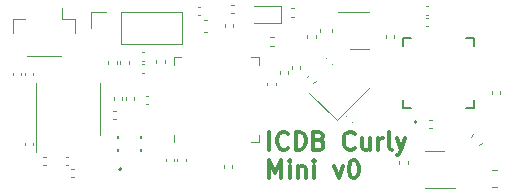
<source format=gbr>
%TF.GenerationSoftware,KiCad,Pcbnew,7.0.7*%
%TF.CreationDate,2024-01-01T23:26:11-08:00*%
%TF.ProjectId,Curly_Mini_v0,4375726c-795f-44d6-996e-695f76302e6b,rev?*%
%TF.SameCoordinates,Original*%
%TF.FileFunction,Legend,Top*%
%TF.FilePolarity,Positive*%
%FSLAX46Y46*%
G04 Gerber Fmt 4.6, Leading zero omitted, Abs format (unit mm)*
G04 Created by KiCad (PCBNEW 7.0.7) date 2024-01-01 23:26:11*
%MOMM*%
%LPD*%
G01*
G04 APERTURE LIST*
%ADD10C,0.300000*%
%ADD11C,0.120000*%
%ADD12C,0.127000*%
%ADD13C,0.200000*%
G04 APERTURE END LIST*
D10*
X92554510Y-63635828D02*
X92554510Y-62135828D01*
X94125939Y-63492971D02*
X94054511Y-63564400D01*
X94054511Y-63564400D02*
X93840225Y-63635828D01*
X93840225Y-63635828D02*
X93697368Y-63635828D01*
X93697368Y-63635828D02*
X93483082Y-63564400D01*
X93483082Y-63564400D02*
X93340225Y-63421542D01*
X93340225Y-63421542D02*
X93268796Y-63278685D01*
X93268796Y-63278685D02*
X93197368Y-62992971D01*
X93197368Y-62992971D02*
X93197368Y-62778685D01*
X93197368Y-62778685D02*
X93268796Y-62492971D01*
X93268796Y-62492971D02*
X93340225Y-62350114D01*
X93340225Y-62350114D02*
X93483082Y-62207257D01*
X93483082Y-62207257D02*
X93697368Y-62135828D01*
X93697368Y-62135828D02*
X93840225Y-62135828D01*
X93840225Y-62135828D02*
X94054511Y-62207257D01*
X94054511Y-62207257D02*
X94125939Y-62278685D01*
X94768796Y-63635828D02*
X94768796Y-62135828D01*
X94768796Y-62135828D02*
X95125939Y-62135828D01*
X95125939Y-62135828D02*
X95340225Y-62207257D01*
X95340225Y-62207257D02*
X95483082Y-62350114D01*
X95483082Y-62350114D02*
X95554511Y-62492971D01*
X95554511Y-62492971D02*
X95625939Y-62778685D01*
X95625939Y-62778685D02*
X95625939Y-62992971D01*
X95625939Y-62992971D02*
X95554511Y-63278685D01*
X95554511Y-63278685D02*
X95483082Y-63421542D01*
X95483082Y-63421542D02*
X95340225Y-63564400D01*
X95340225Y-63564400D02*
X95125939Y-63635828D01*
X95125939Y-63635828D02*
X94768796Y-63635828D01*
X96768796Y-62850114D02*
X96983082Y-62921542D01*
X96983082Y-62921542D02*
X97054511Y-62992971D01*
X97054511Y-62992971D02*
X97125939Y-63135828D01*
X97125939Y-63135828D02*
X97125939Y-63350114D01*
X97125939Y-63350114D02*
X97054511Y-63492971D01*
X97054511Y-63492971D02*
X96983082Y-63564400D01*
X96983082Y-63564400D02*
X96840225Y-63635828D01*
X96840225Y-63635828D02*
X96268796Y-63635828D01*
X96268796Y-63635828D02*
X96268796Y-62135828D01*
X96268796Y-62135828D02*
X96768796Y-62135828D01*
X96768796Y-62135828D02*
X96911654Y-62207257D01*
X96911654Y-62207257D02*
X96983082Y-62278685D01*
X96983082Y-62278685D02*
X97054511Y-62421542D01*
X97054511Y-62421542D02*
X97054511Y-62564400D01*
X97054511Y-62564400D02*
X96983082Y-62707257D01*
X96983082Y-62707257D02*
X96911654Y-62778685D01*
X96911654Y-62778685D02*
X96768796Y-62850114D01*
X96768796Y-62850114D02*
X96268796Y-62850114D01*
X99768796Y-63492971D02*
X99697368Y-63564400D01*
X99697368Y-63564400D02*
X99483082Y-63635828D01*
X99483082Y-63635828D02*
X99340225Y-63635828D01*
X99340225Y-63635828D02*
X99125939Y-63564400D01*
X99125939Y-63564400D02*
X98983082Y-63421542D01*
X98983082Y-63421542D02*
X98911653Y-63278685D01*
X98911653Y-63278685D02*
X98840225Y-62992971D01*
X98840225Y-62992971D02*
X98840225Y-62778685D01*
X98840225Y-62778685D02*
X98911653Y-62492971D01*
X98911653Y-62492971D02*
X98983082Y-62350114D01*
X98983082Y-62350114D02*
X99125939Y-62207257D01*
X99125939Y-62207257D02*
X99340225Y-62135828D01*
X99340225Y-62135828D02*
X99483082Y-62135828D01*
X99483082Y-62135828D02*
X99697368Y-62207257D01*
X99697368Y-62207257D02*
X99768796Y-62278685D01*
X101054511Y-62635828D02*
X101054511Y-63635828D01*
X100411653Y-62635828D02*
X100411653Y-63421542D01*
X100411653Y-63421542D02*
X100483082Y-63564400D01*
X100483082Y-63564400D02*
X100625939Y-63635828D01*
X100625939Y-63635828D02*
X100840225Y-63635828D01*
X100840225Y-63635828D02*
X100983082Y-63564400D01*
X100983082Y-63564400D02*
X101054511Y-63492971D01*
X101768796Y-63635828D02*
X101768796Y-62635828D01*
X101768796Y-62921542D02*
X101840225Y-62778685D01*
X101840225Y-62778685D02*
X101911654Y-62707257D01*
X101911654Y-62707257D02*
X102054511Y-62635828D01*
X102054511Y-62635828D02*
X102197368Y-62635828D01*
X102911653Y-63635828D02*
X102768796Y-63564400D01*
X102768796Y-63564400D02*
X102697367Y-63421542D01*
X102697367Y-63421542D02*
X102697367Y-62135828D01*
X103340224Y-62635828D02*
X103697367Y-63635828D01*
X104054510Y-62635828D02*
X103697367Y-63635828D01*
X103697367Y-63635828D02*
X103554510Y-63992971D01*
X103554510Y-63992971D02*
X103483081Y-64064400D01*
X103483081Y-64064400D02*
X103340224Y-64135828D01*
X92554510Y-66050828D02*
X92554510Y-64550828D01*
X92554510Y-64550828D02*
X93054510Y-65622257D01*
X93054510Y-65622257D02*
X93554510Y-64550828D01*
X93554510Y-64550828D02*
X93554510Y-66050828D01*
X94268796Y-66050828D02*
X94268796Y-65050828D01*
X94268796Y-64550828D02*
X94197368Y-64622257D01*
X94197368Y-64622257D02*
X94268796Y-64693685D01*
X94268796Y-64693685D02*
X94340225Y-64622257D01*
X94340225Y-64622257D02*
X94268796Y-64550828D01*
X94268796Y-64550828D02*
X94268796Y-64693685D01*
X94983082Y-65050828D02*
X94983082Y-66050828D01*
X94983082Y-65193685D02*
X95054511Y-65122257D01*
X95054511Y-65122257D02*
X95197368Y-65050828D01*
X95197368Y-65050828D02*
X95411654Y-65050828D01*
X95411654Y-65050828D02*
X95554511Y-65122257D01*
X95554511Y-65122257D02*
X95625940Y-65265114D01*
X95625940Y-65265114D02*
X95625940Y-66050828D01*
X96340225Y-66050828D02*
X96340225Y-65050828D01*
X96340225Y-64550828D02*
X96268797Y-64622257D01*
X96268797Y-64622257D02*
X96340225Y-64693685D01*
X96340225Y-64693685D02*
X96411654Y-64622257D01*
X96411654Y-64622257D02*
X96340225Y-64550828D01*
X96340225Y-64550828D02*
X96340225Y-64693685D01*
X98054511Y-65050828D02*
X98411654Y-66050828D01*
X98411654Y-66050828D02*
X98768797Y-65050828D01*
X99625940Y-64550828D02*
X99768797Y-64550828D01*
X99768797Y-64550828D02*
X99911654Y-64622257D01*
X99911654Y-64622257D02*
X99983083Y-64693685D01*
X99983083Y-64693685D02*
X100054511Y-64836542D01*
X100054511Y-64836542D02*
X100125940Y-65122257D01*
X100125940Y-65122257D02*
X100125940Y-65479400D01*
X100125940Y-65479400D02*
X100054511Y-65765114D01*
X100054511Y-65765114D02*
X99983083Y-65907971D01*
X99983083Y-65907971D02*
X99911654Y-65979400D01*
X99911654Y-65979400D02*
X99768797Y-66050828D01*
X99768797Y-66050828D02*
X99625940Y-66050828D01*
X99625940Y-66050828D02*
X99483083Y-65979400D01*
X99483083Y-65979400D02*
X99411654Y-65907971D01*
X99411654Y-65907971D02*
X99340225Y-65765114D01*
X99340225Y-65765114D02*
X99268797Y-65479400D01*
X99268797Y-65479400D02*
X99268797Y-65122257D01*
X99268797Y-65122257D02*
X99340225Y-64836542D01*
X99340225Y-64836542D02*
X99411654Y-64693685D01*
X99411654Y-64693685D02*
X99483083Y-64622257D01*
X99483083Y-64622257D02*
X99625940Y-64550828D01*
D11*
%TO.C,U5*%
X106500000Y-63740000D02*
X105700000Y-63740000D01*
X106500000Y-63740000D02*
X107300000Y-63740000D01*
X106500000Y-66860000D02*
X105700000Y-66860000D01*
X106500000Y-66860000D02*
X108300000Y-66860000D01*
%TO.C,R6*%
X111827064Y-65365000D02*
X111372936Y-65365000D01*
X111827064Y-66835000D02*
X111372936Y-66835000D01*
%TO.C,R5*%
X94356359Y-51620000D02*
X94663641Y-51620000D01*
X94356359Y-52380000D02*
X94663641Y-52380000D01*
%TO.C,D1*%
X93497500Y-51440000D02*
X91212500Y-51440000D01*
X93497500Y-52910000D02*
X93497500Y-51440000D01*
X91212500Y-52910000D02*
X93497500Y-52910000D01*
%TO.C,J8*%
X77410000Y-53340000D02*
X77410000Y-52010000D01*
X80010000Y-52010000D02*
X85150000Y-52010000D01*
X80010000Y-54670000D02*
X85150000Y-54670000D01*
X80010000Y-54670000D02*
X80010000Y-52010000D01*
X77410000Y-52010000D02*
X78740000Y-52010000D01*
X85150000Y-54670000D02*
X85150000Y-52010000D01*
%TO.C,U6*%
X78235000Y-60200000D02*
X78235000Y-62400000D01*
X72765000Y-60200000D02*
X72765000Y-58000000D01*
X72765000Y-60200000D02*
X72765000Y-63800000D01*
X78235000Y-60200000D02*
X78235000Y-58000000D01*
%TO.C,C34*%
X70840000Y-57142164D02*
X70840000Y-57357836D01*
X71560000Y-57142164D02*
X71560000Y-57357836D01*
%TO.C,C33*%
X71840000Y-57142164D02*
X71840000Y-57357836D01*
X72560000Y-57142164D02*
X72560000Y-57357836D01*
%TO.C,C32*%
X71840000Y-63042164D02*
X71840000Y-63257836D01*
X72560000Y-63042164D02*
X72560000Y-63257836D01*
%TO.C,C31*%
X75982836Y-65265000D02*
X75767164Y-65265000D01*
X75982836Y-65985000D02*
X75767164Y-65985000D01*
%TO.C,C30*%
X73417164Y-64960000D02*
X73632836Y-64960000D01*
X73417164Y-64240000D02*
X73632836Y-64240000D01*
%TO.C,C12*%
X75317164Y-64960000D02*
X75532836Y-64960000D01*
X75317164Y-64240000D02*
X75532836Y-64240000D01*
%TO.C,U3*%
X100162500Y-51990000D02*
X98362500Y-51990000D01*
X100162500Y-51990000D02*
X100962500Y-51990000D01*
X100162500Y-55110000D02*
X99362500Y-55110000D01*
X100162500Y-55110000D02*
X100962500Y-55110000D01*
%TO.C,C29*%
X105772164Y-53210000D02*
X105987836Y-53210000D01*
X105772164Y-52490000D02*
X105987836Y-52490000D01*
%TO.C,C27*%
X111390000Y-58717164D02*
X111390000Y-58932836D01*
X112110000Y-58717164D02*
X112110000Y-58932836D01*
%TO.C,C26*%
X106282836Y-61105810D02*
X106067164Y-61105810D01*
X106282836Y-61825810D02*
X106067164Y-61825810D01*
%TO.C,C25*%
X105772164Y-52210000D02*
X105987836Y-52210000D01*
X105772164Y-51490000D02*
X105987836Y-51490000D01*
%TO.C,C24*%
X104260000Y-64857836D02*
X104260000Y-64642164D01*
X103540000Y-64857836D02*
X103540000Y-64642164D01*
%TO.C,C23*%
X103110000Y-53942164D02*
X103110000Y-54157836D01*
X102390000Y-53942164D02*
X102390000Y-54157836D01*
%TO.C,C22*%
X110336219Y-63260030D02*
X110535030Y-63061219D01*
X109614970Y-62538781D02*
X109813781Y-62339970D01*
%TO.C,C21*%
X96460000Y-54182836D02*
X96460000Y-53967164D01*
X95740000Y-54182836D02*
X95740000Y-53967164D01*
%TO.C,C20*%
X97860000Y-53715580D02*
X97860000Y-53434420D01*
X96840000Y-53715580D02*
X96840000Y-53434420D01*
%TO.C,C1*%
X79557836Y-61085000D02*
X79342164Y-61085000D01*
X79557836Y-60365000D02*
X79342164Y-60365000D01*
%TO.C,C8*%
X99008566Y-60832317D02*
X99161069Y-60679814D01*
X99517683Y-61341434D02*
X99670186Y-61188931D01*
%TO.C,C15*%
X89532836Y-52085000D02*
X89317164Y-52085000D01*
X89532836Y-51365000D02*
X89317164Y-51365000D01*
D12*
%TO.C,U4*%
X79700000Y-63780000D02*
X79700000Y-63620000D01*
X81700000Y-63780000D02*
X81700000Y-63620000D01*
X79700000Y-62520000D02*
X79700000Y-62680000D01*
X81700000Y-62520000D02*
X81700000Y-62680000D01*
D13*
X80040000Y-65310000D02*
G75*
G03*
X80040000Y-65310000I-100000J0D01*
G01*
D11*
%TO.C,C3*%
X81957836Y-56110000D02*
X81742164Y-56110000D01*
X81957836Y-55390000D02*
X81742164Y-55390000D01*
%TO.C,C4*%
X86482164Y-51535000D02*
X86697836Y-51535000D01*
X86482164Y-52255000D02*
X86697836Y-52255000D01*
%TO.C,C9*%
X82307836Y-59810000D02*
X82092164Y-59810000D01*
X82307836Y-59090000D02*
X82092164Y-59090000D01*
%TO.C,Y2*%
X95908436Y-58808111D02*
X98241889Y-61141564D01*
X98241889Y-61141564D02*
X101070316Y-58313137D01*
%TO.C,C19*%
X84510000Y-64392164D02*
X84510000Y-64607836D01*
X83790000Y-64392164D02*
X83790000Y-64607836D01*
%TO.C,R1*%
X92903641Y-54120000D02*
X92596359Y-54120000D01*
X92903641Y-54880000D02*
X92596359Y-54880000D01*
%TO.C,C17*%
X85485000Y-64392164D02*
X85485000Y-64607836D01*
X84765000Y-64392164D02*
X84765000Y-64607836D01*
%TO.C,C11*%
X93415000Y-57232836D02*
X93415000Y-57017164D01*
X94135000Y-57232836D02*
X94135000Y-57017164D01*
%TO.C,C18*%
X89410000Y-64962164D02*
X89410000Y-65177836D01*
X88690000Y-64962164D02*
X88690000Y-65177836D01*
%TO.C,C6*%
X94440000Y-56807836D02*
X94440000Y-56592164D01*
X95160000Y-56807836D02*
X95160000Y-56592164D01*
%TO.C,J1*%
X70840000Y-52615000D02*
X71890000Y-52615000D01*
X70840000Y-53765000D02*
X70840000Y-52615000D01*
X74890000Y-55735000D02*
X72010000Y-55735000D01*
X75010000Y-52615000D02*
X75010000Y-51625000D01*
X76060000Y-52615000D02*
X75010000Y-52615000D01*
X76060000Y-53765000D02*
X76060000Y-52615000D01*
%TO.C,C10*%
X92390000Y-58182836D02*
X92390000Y-57967164D01*
X93110000Y-58182836D02*
X93110000Y-57967164D01*
%TO.C,C13*%
X80110000Y-59192164D02*
X80110000Y-59407836D01*
X79390000Y-59192164D02*
X79390000Y-59407836D01*
%TO.C,U1*%
X91660000Y-63022500D02*
X91010000Y-63022500D01*
X84440000Y-62372500D02*
X84440000Y-63022500D01*
X91660000Y-62372500D02*
X91660000Y-63022500D01*
X84440000Y-56452500D02*
X84440000Y-55802500D01*
X91660000Y-56452500D02*
X91660000Y-55802500D01*
X84440000Y-55802500D02*
X85090000Y-55802500D01*
X91660000Y-55802500D02*
X91010000Y-55802500D01*
%TO.C,C16*%
X89485000Y-53252836D02*
X89485000Y-53037164D01*
X88765000Y-53252836D02*
X88765000Y-53037164D01*
%TO.C,R4*%
X80630000Y-56096359D02*
X80630000Y-56403641D01*
X79870000Y-56096359D02*
X79870000Y-56403641D01*
%TO.C,R2*%
X96466717Y-57820684D02*
X96249436Y-58037965D01*
X95929316Y-57283283D02*
X95712035Y-57500564D01*
%TO.C,C2*%
X81957836Y-57130000D02*
X81742164Y-57130000D01*
X81957836Y-56410000D02*
X81742164Y-56410000D01*
%TO.C,C14*%
X81100000Y-59192164D02*
X81100000Y-59407836D01*
X80380000Y-59192164D02*
X80380000Y-59407836D01*
%TO.C,C5*%
X82990000Y-56307836D02*
X82990000Y-56092164D01*
X83710000Y-56307836D02*
X83710000Y-56092164D01*
%TO.C,R3*%
X79630000Y-56096359D02*
X79630000Y-56403641D01*
X78870000Y-56096359D02*
X78870000Y-56403641D01*
%TO.C,FB1*%
X87300279Y-53660000D02*
X86974721Y-53660000D01*
X87300279Y-52640000D02*
X86974721Y-52640000D01*
%TO.C,C7*%
X97319155Y-55921728D02*
X97471658Y-55769225D01*
X97828272Y-56430845D02*
X97980775Y-56278342D01*
D12*
%TO.C,U2*%
X103875000Y-60155810D02*
X104575000Y-60155810D01*
X109875000Y-60155810D02*
X109175000Y-60155810D01*
X103875000Y-59455810D02*
X103875000Y-60155810D01*
X109875000Y-59455810D02*
X109875000Y-60155810D01*
X103875000Y-54855810D02*
X103875000Y-54155810D01*
X109875000Y-54855810D02*
X109875000Y-54155810D01*
X103875000Y-54155810D02*
X104575000Y-54155810D01*
X109875000Y-54155810D02*
X109175000Y-54155810D01*
D13*
X105045000Y-61300810D02*
G75*
G03*
X105045000Y-61300810I-100000J0D01*
G01*
%TD*%
M02*

</source>
